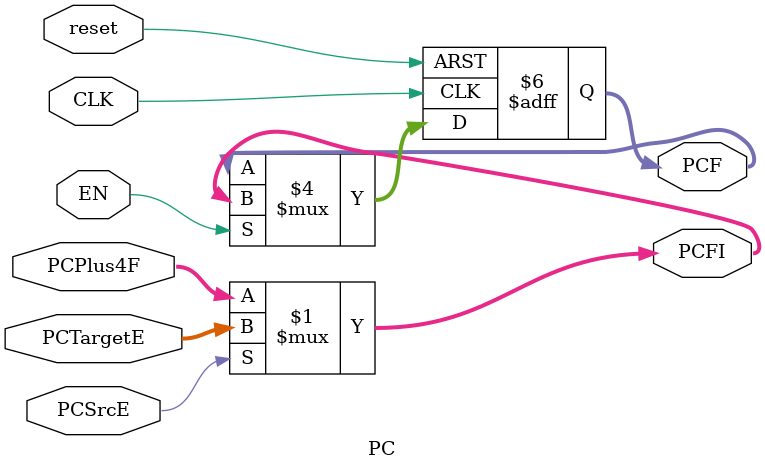
<source format=v>
`default_nettype none
module PC (
    input wire CLK,                      // clock signal
    input reset,
    input wire EN,                    // EN signal 
    input PCSrcE,
    output wire [31:0] PCFI,             // next pc value (input oc value)
    input wire [31:0] PCTargetE,                // output of pc + imm or rs1 + imm
    input wire [31:0] PCPlus4F,           // Pc +4
    output reg [31:0] PCF        // Current PC value 

);

assign PCFI = PCSrcE ? PCTargetE : PCPlus4F;

initial begin
    PCF = 32'b0; // Initialize PC to 0
end 
always @(posedge CLK or posedge reset) begin
    if (reset)
        PCF <= 32'b0;            // pc to 0
    else if (EN)
        PCF <= PCFI;            // update PC if enabled

end

endmodule 

</source>
